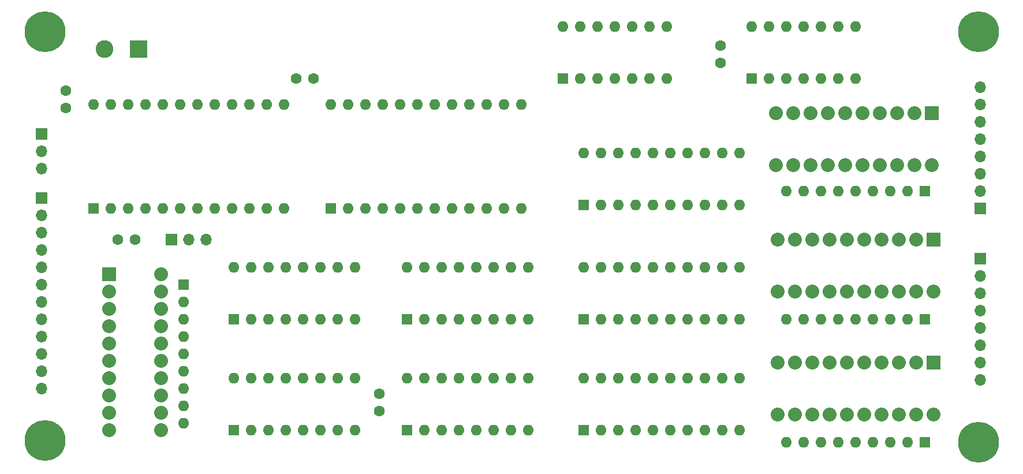
<source format=gbr>
%TF.GenerationSoftware,KiCad,Pcbnew,(5.1.9-0-10_14)*%
%TF.CreationDate,2021-06-18T22:47:41-04:00*%
%TF.ProjectId,ALU-181,414c552d-3138-4312-9e6b-696361645f70,rev?*%
%TF.SameCoordinates,Original*%
%TF.FileFunction,Soldermask,Top*%
%TF.FilePolarity,Negative*%
%FSLAX46Y46*%
G04 Gerber Fmt 4.6, Leading zero omitted, Abs format (unit mm)*
G04 Created by KiCad (PCBNEW (5.1.9-0-10_14)) date 2021-06-18 22:47:41*
%MOMM*%
%LPD*%
G01*
G04 APERTURE LIST*
%ADD10O,1.700000X1.700000*%
%ADD11R,1.700000X1.700000*%
%ADD12C,0.800000*%
%ADD13C,6.000000*%
%ADD14O,1.600000X1.600000*%
%ADD15R,1.600000X1.600000*%
%ADD16C,2.032000*%
%ADD17R,2.032000X2.032000*%
%ADD18C,2.600000*%
%ADD19R,2.600000X2.600000*%
%ADD20C,1.600000*%
G04 APERTURE END LIST*
D10*
%TO.C,J4*%
X208026000Y-109220000D03*
X208026000Y-106680000D03*
X208026000Y-104140000D03*
X208026000Y-101600000D03*
X208026000Y-99060000D03*
X208026000Y-96520000D03*
X208026000Y-93980000D03*
D11*
X208026000Y-91440000D03*
%TD*%
D12*
%TO.C,REF\u002A\u002A*%
X209362990Y-116773010D03*
X207772000Y-116114000D03*
X206181010Y-116773010D03*
X205522000Y-118364000D03*
X206181010Y-119954990D03*
X207772000Y-120614000D03*
X209362990Y-119954990D03*
X210022000Y-118364000D03*
D13*
X207772000Y-118364000D03*
%TD*%
%TO.C,REF\u002A\u002A*%
X207772000Y-58166000D03*
D12*
X210022000Y-58166000D03*
X209362990Y-59756990D03*
X207772000Y-60416000D03*
X206181010Y-59756990D03*
X205522000Y-58166000D03*
X206181010Y-56575010D03*
X207772000Y-55916000D03*
X209362990Y-56575010D03*
%TD*%
D13*
%TO.C,REF\u002A\u002A*%
X70866000Y-118110000D03*
D12*
X73116000Y-118110000D03*
X72456990Y-119700990D03*
X70866000Y-120360000D03*
X69275010Y-119700990D03*
X68616000Y-118110000D03*
X69275010Y-116519010D03*
X70866000Y-115860000D03*
X72456990Y-116519010D03*
%TD*%
%TO.C,REF\u002A\u002A*%
X72456990Y-56575010D03*
X70866000Y-55916000D03*
X69275010Y-56575010D03*
X68616000Y-58166000D03*
X69275010Y-59756990D03*
X70866000Y-60416000D03*
X72456990Y-59756990D03*
X73116000Y-58166000D03*
D13*
X70866000Y-58166000D03*
%TD*%
D14*
%TO.C,U6*%
X123952000Y-108966000D03*
X141732000Y-116586000D03*
X126492000Y-108966000D03*
X139192000Y-116586000D03*
X129032000Y-108966000D03*
X136652000Y-116586000D03*
X131572000Y-108966000D03*
X134112000Y-116586000D03*
X134112000Y-108966000D03*
X131572000Y-116586000D03*
X136652000Y-108966000D03*
X129032000Y-116586000D03*
X139192000Y-108966000D03*
X126492000Y-116586000D03*
X141732000Y-108966000D03*
D15*
X123952000Y-116586000D03*
%TD*%
D14*
%TO.C,U5*%
X123952000Y-92710000D03*
X141732000Y-100330000D03*
X126492000Y-92710000D03*
X139192000Y-100330000D03*
X129032000Y-92710000D03*
X136652000Y-100330000D03*
X131572000Y-92710000D03*
X134112000Y-100330000D03*
X134112000Y-92710000D03*
X131572000Y-100330000D03*
X136652000Y-92710000D03*
X129032000Y-100330000D03*
X139192000Y-92710000D03*
X126492000Y-100330000D03*
X141732000Y-92710000D03*
D15*
X123952000Y-100330000D03*
%TD*%
D14*
%TO.C,U4*%
X98552000Y-108966000D03*
X116332000Y-116586000D03*
X101092000Y-108966000D03*
X113792000Y-116586000D03*
X103632000Y-108966000D03*
X111252000Y-116586000D03*
X106172000Y-108966000D03*
X108712000Y-116586000D03*
X108712000Y-108966000D03*
X106172000Y-116586000D03*
X111252000Y-108966000D03*
X103632000Y-116586000D03*
X113792000Y-108966000D03*
X101092000Y-116586000D03*
X116332000Y-108966000D03*
D15*
X98552000Y-116586000D03*
%TD*%
D14*
%TO.C,U3*%
X98552000Y-92710000D03*
X116332000Y-100330000D03*
X101092000Y-92710000D03*
X113792000Y-100330000D03*
X103632000Y-92710000D03*
X111252000Y-100330000D03*
X106172000Y-92710000D03*
X108712000Y-100330000D03*
X108712000Y-92710000D03*
X106172000Y-100330000D03*
X111252000Y-92710000D03*
X103632000Y-100330000D03*
X113792000Y-92710000D03*
X101092000Y-100330000D03*
X116332000Y-92710000D03*
D15*
X98552000Y-100330000D03*
%TD*%
D14*
%TO.C,U2*%
X149860000Y-108966000D03*
X172720000Y-116586000D03*
X152400000Y-108966000D03*
X170180000Y-116586000D03*
X154940000Y-108966000D03*
X167640000Y-116586000D03*
X157480000Y-108966000D03*
X165100000Y-116586000D03*
X160020000Y-108966000D03*
X162560000Y-116586000D03*
X162560000Y-108966000D03*
X160020000Y-116586000D03*
X165100000Y-108966000D03*
X157480000Y-116586000D03*
X167640000Y-108966000D03*
X154940000Y-116586000D03*
X170180000Y-108966000D03*
X152400000Y-116586000D03*
X172720000Y-108966000D03*
D15*
X149860000Y-116586000D03*
%TD*%
D14*
%TO.C,U1*%
X149860000Y-92710000D03*
X172720000Y-100330000D03*
X152400000Y-92710000D03*
X170180000Y-100330000D03*
X154940000Y-92710000D03*
X167640000Y-100330000D03*
X157480000Y-92710000D03*
X165100000Y-100330000D03*
X160020000Y-92710000D03*
X162560000Y-100330000D03*
X162560000Y-92710000D03*
X160020000Y-100330000D03*
X165100000Y-92710000D03*
X157480000Y-100330000D03*
X167640000Y-92710000D03*
X154940000Y-100330000D03*
X170180000Y-92710000D03*
X152400000Y-100330000D03*
X172720000Y-92710000D03*
D15*
X149860000Y-100330000D03*
%TD*%
D14*
%TO.C,RN4*%
X91186000Y-115570000D03*
X91186000Y-113030000D03*
X91186000Y-110490000D03*
X91186000Y-107950000D03*
X91186000Y-105410000D03*
X91186000Y-102870000D03*
X91186000Y-100330000D03*
X91186000Y-97790000D03*
D15*
X91186000Y-95250000D03*
%TD*%
D16*
%TO.C,BAR4*%
X87884000Y-93726000D03*
X87884000Y-96266000D03*
X87884000Y-98806000D03*
X87884000Y-101346000D03*
X80264000Y-114046000D03*
X80264000Y-116586000D03*
X87884000Y-116586000D03*
X87884000Y-114046000D03*
X80264000Y-111506000D03*
X80264000Y-108966000D03*
X80264000Y-106426000D03*
X80264000Y-103886000D03*
X87884000Y-103886000D03*
X87884000Y-106426000D03*
X87884000Y-108966000D03*
X87884000Y-111506000D03*
X80264000Y-101346000D03*
X80264000Y-98806000D03*
X80264000Y-96266000D03*
D17*
X80264000Y-93726000D03*
%TD*%
D14*
%TO.C,U11*%
X77978000Y-68834000D03*
X105918000Y-84074000D03*
X80518000Y-68834000D03*
X103378000Y-84074000D03*
X83058000Y-68834000D03*
X100838000Y-84074000D03*
X85598000Y-68834000D03*
X98298000Y-84074000D03*
X88138000Y-68834000D03*
X95758000Y-84074000D03*
X90678000Y-68834000D03*
X93218000Y-84074000D03*
X93218000Y-68834000D03*
X90678000Y-84074000D03*
X95758000Y-68834000D03*
X88138000Y-84074000D03*
X98298000Y-68834000D03*
X85598000Y-84074000D03*
X100838000Y-68834000D03*
X83058000Y-84074000D03*
X103378000Y-68834000D03*
X80518000Y-84074000D03*
X105918000Y-68834000D03*
D15*
X77978000Y-84074000D03*
%TD*%
D14*
%TO.C,U10*%
X149860000Y-75946000D03*
X172720000Y-83566000D03*
X152400000Y-75946000D03*
X170180000Y-83566000D03*
X154940000Y-75946000D03*
X167640000Y-83566000D03*
X157480000Y-75946000D03*
X165100000Y-83566000D03*
X160020000Y-75946000D03*
X162560000Y-83566000D03*
X162560000Y-75946000D03*
X160020000Y-83566000D03*
X165100000Y-75946000D03*
X157480000Y-83566000D03*
X167640000Y-75946000D03*
X154940000Y-83566000D03*
X170180000Y-75946000D03*
X152400000Y-83566000D03*
X172720000Y-75946000D03*
D15*
X149860000Y-83566000D03*
%TD*%
D14*
%TO.C,U9*%
X112776000Y-68834000D03*
X140716000Y-84074000D03*
X115316000Y-68834000D03*
X138176000Y-84074000D03*
X117856000Y-68834000D03*
X135636000Y-84074000D03*
X120396000Y-68834000D03*
X133096000Y-84074000D03*
X122936000Y-68834000D03*
X130556000Y-84074000D03*
X125476000Y-68834000D03*
X128016000Y-84074000D03*
X128016000Y-68834000D03*
X125476000Y-84074000D03*
X130556000Y-68834000D03*
X122936000Y-84074000D03*
X133096000Y-68834000D03*
X120396000Y-84074000D03*
X135636000Y-68834000D03*
X117856000Y-84074000D03*
X138176000Y-68834000D03*
X115316000Y-84074000D03*
X140716000Y-68834000D03*
D15*
X112776000Y-84074000D03*
%TD*%
D14*
%TO.C,U8*%
X146812000Y-57404000D03*
X162052000Y-65024000D03*
X149352000Y-57404000D03*
X159512000Y-65024000D03*
X151892000Y-57404000D03*
X156972000Y-65024000D03*
X154432000Y-57404000D03*
X154432000Y-65024000D03*
X156972000Y-57404000D03*
X151892000Y-65024000D03*
X159512000Y-57404000D03*
X149352000Y-65024000D03*
X162052000Y-57404000D03*
D15*
X146812000Y-65024000D03*
%TD*%
D14*
%TO.C,U7*%
X174498000Y-57404000D03*
X189738000Y-65024000D03*
X177038000Y-57404000D03*
X187198000Y-65024000D03*
X179578000Y-57404000D03*
X184658000Y-65024000D03*
X182118000Y-57404000D03*
X182118000Y-65024000D03*
X184658000Y-57404000D03*
X179578000Y-65024000D03*
X187198000Y-57404000D03*
X177038000Y-65024000D03*
X189738000Y-57404000D03*
D15*
X174498000Y-65024000D03*
%TD*%
D14*
%TO.C,RN3*%
X179578000Y-81534000D03*
X182118000Y-81534000D03*
X184658000Y-81534000D03*
X187198000Y-81534000D03*
X189738000Y-81534000D03*
X192278000Y-81534000D03*
X194818000Y-81534000D03*
X197358000Y-81534000D03*
D15*
X199898000Y-81534000D03*
%TD*%
D14*
%TO.C,RN2*%
X179578000Y-118364000D03*
X182118000Y-118364000D03*
X184658000Y-118364000D03*
X187198000Y-118364000D03*
X189738000Y-118364000D03*
X192278000Y-118364000D03*
X194818000Y-118364000D03*
X197358000Y-118364000D03*
D15*
X199898000Y-118364000D03*
%TD*%
D14*
%TO.C,RN1*%
X179578000Y-100330000D03*
X182118000Y-100330000D03*
X184658000Y-100330000D03*
X187198000Y-100330000D03*
X189738000Y-100330000D03*
X192278000Y-100330000D03*
X194818000Y-100330000D03*
X197358000Y-100330000D03*
D15*
X199898000Y-100330000D03*
%TD*%
D10*
%TO.C,J20*%
X70358000Y-78232000D03*
X70358000Y-75692000D03*
D11*
X70358000Y-73152000D03*
%TD*%
D10*
%TO.C,J17*%
X94488000Y-88646000D03*
X91948000Y-88646000D03*
D11*
X89408000Y-88646000D03*
%TD*%
D18*
%TO.C,J3*%
X79582000Y-60706000D03*
D19*
X84582000Y-60706000D03*
%TD*%
D10*
%TO.C,J2*%
X70358000Y-110490000D03*
X70358000Y-107950000D03*
X70358000Y-105410000D03*
X70358000Y-102870000D03*
X70358000Y-100330000D03*
X70358000Y-97790000D03*
X70358000Y-95250000D03*
X70358000Y-92710000D03*
X70358000Y-90170000D03*
X70358000Y-87630000D03*
X70358000Y-85090000D03*
D11*
X70358000Y-82550000D03*
%TD*%
D10*
%TO.C,J1*%
X208026000Y-66294000D03*
X208026000Y-68834000D03*
X208026000Y-71374000D03*
X208026000Y-73914000D03*
X208026000Y-76454000D03*
X208026000Y-78994000D03*
X208026000Y-81534000D03*
D11*
X208026000Y-84074000D03*
%TD*%
D20*
%TO.C,C5*%
X119888000Y-111292000D03*
X119888000Y-113792000D03*
%TD*%
%TO.C,C4*%
X81574000Y-88646000D03*
X84074000Y-88646000D03*
%TD*%
%TO.C,C3*%
X169926000Y-62698000D03*
X169926000Y-60198000D03*
%TD*%
%TO.C,C2*%
X73914000Y-66842000D03*
X73914000Y-69342000D03*
%TD*%
%TO.C,C1*%
X107736000Y-65024000D03*
X110236000Y-65024000D03*
%TD*%
D16*
%TO.C,BAR3*%
X200914000Y-77724000D03*
X198374000Y-77724000D03*
X195834000Y-77724000D03*
X193294000Y-77724000D03*
X180594000Y-70104000D03*
X178054000Y-70104000D03*
X178054000Y-77724000D03*
X180594000Y-77724000D03*
X183134000Y-70104000D03*
X185674000Y-70104000D03*
X188214000Y-70104000D03*
X190754000Y-70104000D03*
X190754000Y-77724000D03*
X188214000Y-77724000D03*
X185674000Y-77724000D03*
X183134000Y-77724000D03*
X193294000Y-70104000D03*
X195834000Y-70104000D03*
X198374000Y-70104000D03*
D17*
X200914000Y-70104000D03*
%TD*%
D16*
%TO.C,BAR2*%
X201168000Y-114300000D03*
X198628000Y-114300000D03*
X196088000Y-114300000D03*
X193548000Y-114300000D03*
X180848000Y-106680000D03*
X178308000Y-106680000D03*
X178308000Y-114300000D03*
X180848000Y-114300000D03*
X183388000Y-106680000D03*
X185928000Y-106680000D03*
X188468000Y-106680000D03*
X191008000Y-106680000D03*
X191008000Y-114300000D03*
X188468000Y-114300000D03*
X185928000Y-114300000D03*
X183388000Y-114300000D03*
X193548000Y-106680000D03*
X196088000Y-106680000D03*
X198628000Y-106680000D03*
D17*
X201168000Y-106680000D03*
%TD*%
D16*
%TO.C,BAR1*%
X201168000Y-96266000D03*
X198628000Y-96266000D03*
X196088000Y-96266000D03*
X193548000Y-96266000D03*
X180848000Y-88646000D03*
X178308000Y-88646000D03*
X178308000Y-96266000D03*
X180848000Y-96266000D03*
X183388000Y-88646000D03*
X185928000Y-88646000D03*
X188468000Y-88646000D03*
X191008000Y-88646000D03*
X191008000Y-96266000D03*
X188468000Y-96266000D03*
X185928000Y-96266000D03*
X183388000Y-96266000D03*
X193548000Y-88646000D03*
X196088000Y-88646000D03*
X198628000Y-88646000D03*
D17*
X201168000Y-88646000D03*
%TD*%
M02*

</source>
